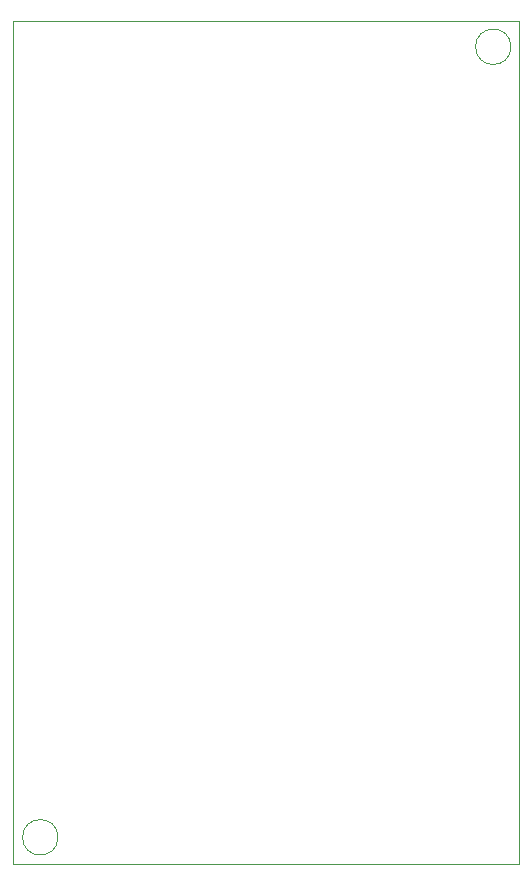
<source format=gbr>
%TF.GenerationSoftware,KiCad,Pcbnew,7.0.2*%
%TF.CreationDate,2023-09-09T23:31:49+02:00*%
%TF.ProjectId,Husvagn,48757376-6167-46e2-9e6b-696361645f70,rev?*%
%TF.SameCoordinates,Original*%
%TF.FileFunction,Profile,NP*%
%FSLAX46Y46*%
G04 Gerber Fmt 4.6, Leading zero omitted, Abs format (unit mm)*
G04 Created by KiCad (PCBNEW 7.0.2) date 2023-09-09 23:31:49*
%MOMM*%
%LPD*%
G01*
G04 APERTURE LIST*
%TA.AperFunction,Profile*%
%ADD10C,0.100000*%
%TD*%
G04 APERTURE END LIST*
D10*
X172061000Y-66421000D02*
G75*
G03*
X172061000Y-66421000I-1500000J0D01*
G01*
X129921000Y-64262000D02*
X172720000Y-64262000D01*
X172720000Y-135636000D01*
X129921000Y-135636000D01*
X129921000Y-64262000D01*
X133707000Y-133350000D02*
G75*
G03*
X133707000Y-133350000I-1500000J0D01*
G01*
M02*

</source>
